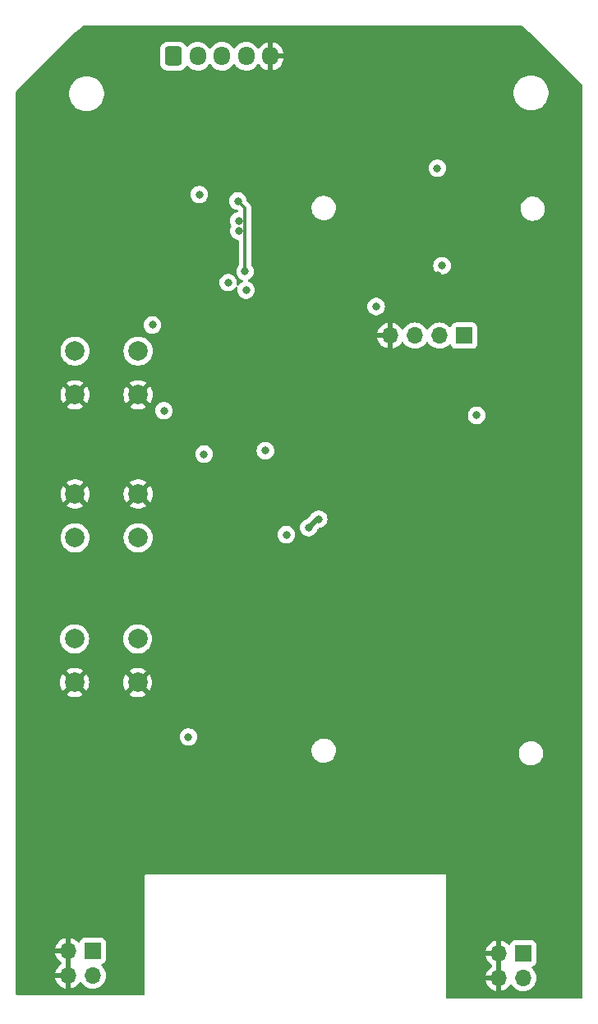
<source format=gbr>
%TF.GenerationSoftware,KiCad,Pcbnew,7.0.1*%
%TF.CreationDate,2023-05-25T09:43:19-05:00*%
%TF.ProjectId,power_supply,706f7765-725f-4737-9570-706c792e6b69,rev?*%
%TF.SameCoordinates,Original*%
%TF.FileFunction,Copper,L4,Bot*%
%TF.FilePolarity,Positive*%
%FSLAX46Y46*%
G04 Gerber Fmt 4.6, Leading zero omitted, Abs format (unit mm)*
G04 Created by KiCad (PCBNEW 7.0.1) date 2023-05-25 09:43:19*
%MOMM*%
%LPD*%
G01*
G04 APERTURE LIST*
G04 Aperture macros list*
%AMRoundRect*
0 Rectangle with rounded corners*
0 $1 Rounding radius*
0 $2 $3 $4 $5 $6 $7 $8 $9 X,Y pos of 4 corners*
0 Add a 4 corners polygon primitive as box body*
4,1,4,$2,$3,$4,$5,$6,$7,$8,$9,$2,$3,0*
0 Add four circle primitives for the rounded corners*
1,1,$1+$1,$2,$3*
1,1,$1+$1,$4,$5*
1,1,$1+$1,$6,$7*
1,1,$1+$1,$8,$9*
0 Add four rect primitives between the rounded corners*
20,1,$1+$1,$2,$3,$4,$5,0*
20,1,$1+$1,$4,$5,$6,$7,0*
20,1,$1+$1,$6,$7,$8,$9,0*
20,1,$1+$1,$8,$9,$2,$3,0*%
G04 Aperture macros list end*
%TA.AperFunction,ComponentPad*%
%ADD10RoundRect,0.250000X-0.600000X-0.725000X0.600000X-0.725000X0.600000X0.725000X-0.600000X0.725000X0*%
%TD*%
%TA.AperFunction,ComponentPad*%
%ADD11O,1.700000X1.950000*%
%TD*%
%TA.AperFunction,ComponentPad*%
%ADD12C,2.000000*%
%TD*%
%TA.AperFunction,ComponentPad*%
%ADD13R,1.700000X1.700000*%
%TD*%
%TA.AperFunction,ComponentPad*%
%ADD14O,1.700000X1.700000*%
%TD*%
%TA.AperFunction,ViaPad*%
%ADD15C,0.800000*%
%TD*%
%TA.AperFunction,Conductor*%
%ADD16C,0.500000*%
%TD*%
%TA.AperFunction,Conductor*%
%ADD17C,0.300000*%
%TD*%
G04 APERTURE END LIST*
D10*
%TO.P,J3,1,Pin_1*%
%TO.N,+3.3V*%
X192910000Y-34700000D03*
D11*
%TO.P,J3,2,Pin_2*%
%TO.N,SWCLCK*%
X195410000Y-34700000D03*
%TO.P,J3,3,Pin_3*%
%TO.N,SWDIO*%
X197910000Y-34700000D03*
%TO.P,J3,4,Pin_4*%
%TO.N,SWO*%
X200410000Y-34700000D03*
%TO.P,J3,5,Pin_5*%
%TO.N,GND*%
X202910000Y-34700000D03*
%TD*%
D12*
%TO.P,RST,1,1*%
%TO.N,GND*%
X189260000Y-69590000D03*
X182760000Y-69590000D03*
%TO.P,RST,2,2*%
%TO.N,/Nrst*%
X189260000Y-65090000D03*
X182760000Y-65090000D03*
%TD*%
%TO.P,DWN,1,1*%
%TO.N,GND*%
X189220000Y-99230000D03*
X182720000Y-99230000D03*
%TO.P,DWN,2,2*%
%TO.N,Net-(R3-Pad1)*%
X189220000Y-94730000D03*
X182720000Y-94730000D03*
%TD*%
D13*
%TO.P,J6,1,Pin_1*%
%TO.N,+3.3V*%
X222880000Y-63500000D03*
D14*
%TO.P,J6,2,Pin_2*%
%TO.N,SDA*%
X220340000Y-63500000D03*
%TO.P,J6,3,Pin_3*%
%TO.N,SCL*%
X217800000Y-63500000D03*
%TO.P,J6,4,Pin_4*%
%TO.N,GND*%
X215260000Y-63500000D03*
%TD*%
D12*
%TO.P,UP,1,1*%
%TO.N,GND*%
X182770000Y-79820000D03*
X189270000Y-79820000D03*
%TO.P,UP,2,2*%
%TO.N,Net-(R2-Pad1)*%
X182770000Y-84320000D03*
X189270000Y-84320000D03*
%TD*%
D13*
%TO.P,J4,1,Pin_1*%
%TO.N,Main_Supply*%
X228950000Y-127130000D03*
D14*
%TO.P,J4,2,Pin_2*%
%TO.N,GND*%
X226410000Y-127130000D03*
%TO.P,J4,3,Pin_3*%
%TO.N,Main_Supply*%
X228950000Y-129670000D03*
%TO.P,J4,4,Pin_4*%
%TO.N,GND*%
X226410000Y-129670000D03*
%TD*%
D13*
%TO.P,J5,1,Pin_1*%
%TO.N,Main_Supply*%
X184580000Y-126890000D03*
D14*
%TO.P,J5,2,Pin_2*%
%TO.N,GND*%
X182040000Y-126890000D03*
%TO.P,J5,3,Pin_3*%
%TO.N,Main_Supply*%
X184580000Y-129430000D03*
%TO.P,J5,4,Pin_4*%
%TO.N,GND*%
X182040000Y-129430000D03*
%TD*%
D15*
%TO.N,GND*%
X192100000Y-50670000D03*
%TO.N,Raw*%
X220110000Y-46250000D03*
X224160000Y-71710000D03*
%TO.N,GND*%
X190690000Y-74270000D03*
X209680000Y-94050000D03*
X196390000Y-58100000D03*
X200500000Y-72890000D03*
X207750000Y-39420000D03*
X201810000Y-81850000D03*
X198110000Y-74270000D03*
X209880000Y-44560000D03*
X215170000Y-38090000D03*
X195929999Y-62140001D03*
X205470000Y-110070000D03*
X220130000Y-57260000D03*
X183350000Y-49150000D03*
X201710000Y-56910000D03*
X223910000Y-73820000D03*
X185900000Y-97010000D03*
X209850000Y-78420000D03*
X208650000Y-96280000D03*
X189790000Y-89590000D03*
X186030000Y-82070000D03*
X180870000Y-60560000D03*
X216780000Y-49990000D03*
X205400000Y-74040000D03*
X185910000Y-67530000D03*
%TO.N,+3.3V*%
X196070000Y-75700000D03*
X213800000Y-60510000D03*
X190740000Y-62400000D03*
X195580000Y-48960000D03*
X204550000Y-84000000D03*
X220590000Y-56290000D03*
X202390000Y-75350000D03*
%TO.N,VOUT*%
X207870000Y-82400000D03*
X206850000Y-83280000D03*
%TO.N,Main_Supply*%
X191930000Y-71230000D03*
X194450000Y-104840000D03*
%TO.N,SWCLCK*%
X199630000Y-51670000D03*
%TO.N,SWDIO*%
X199550000Y-49630000D03*
X200290000Y-56890000D03*
%TO.N,SWO*%
X199640000Y-52720000D03*
%TO.N,SDA*%
X198540000Y-58030000D03*
%TO.N,SCL*%
X200400000Y-58800000D03*
%TD*%
D16*
%TO.N,VOUT*%
X207730000Y-82400000D02*
X206850000Y-83280000D01*
X207870000Y-82400000D02*
X207730000Y-82400000D01*
D17*
%TO.N,SWDIO*%
X200290000Y-50370000D02*
X200290000Y-56890000D01*
X199550000Y-49630000D02*
X200290000Y-50370000D01*
%TD*%
%TA.AperFunction,Conductor*%
%TO.N,GND*%
G36*
X228832237Y-31577604D02*
G01*
X228869747Y-31599483D01*
X229591470Y-32212403D01*
X229792819Y-32383398D01*
X229800233Y-32390233D01*
X235053181Y-37643181D01*
X235080061Y-37683409D01*
X235089500Y-37730862D01*
X235089500Y-131626000D01*
X235072887Y-131688000D01*
X235027500Y-131733387D01*
X234965500Y-131750000D01*
X221104000Y-131750000D01*
X221042000Y-131733387D01*
X220996613Y-131688000D01*
X220980000Y-131626000D01*
X220980000Y-129920000D01*
X225079364Y-129920000D01*
X225136569Y-130133492D01*
X225236399Y-130347576D01*
X225371893Y-130541081D01*
X225538918Y-130708106D01*
X225732423Y-130843600D01*
X225946507Y-130943430D01*
X226159999Y-131000635D01*
X226160000Y-131000636D01*
X226160000Y-131000635D01*
X226660000Y-131000635D01*
X226873492Y-130943430D01*
X227087576Y-130843600D01*
X227281081Y-130708106D01*
X227448109Y-130541078D01*
X227578119Y-130355405D01*
X227622437Y-130316539D01*
X227679694Y-130302528D01*
X227736951Y-130316539D01*
X227781267Y-130355402D01*
X227911505Y-130541401D01*
X228078599Y-130708495D01*
X228272170Y-130844035D01*
X228486337Y-130943903D01*
X228714592Y-131005063D01*
X228950000Y-131025659D01*
X229185408Y-131005063D01*
X229413663Y-130943903D01*
X229627830Y-130844035D01*
X229821401Y-130708495D01*
X229988495Y-130541401D01*
X230124035Y-130347830D01*
X230223903Y-130133663D01*
X230285063Y-129905408D01*
X230305659Y-129670000D01*
X230285063Y-129434592D01*
X230223903Y-129206337D01*
X230124035Y-128992171D01*
X229988495Y-128798599D01*
X229866569Y-128676673D01*
X229835273Y-128623927D01*
X229833084Y-128562634D01*
X229860537Y-128507789D01*
X229910916Y-128472810D01*
X230042331Y-128423796D01*
X230157546Y-128337546D01*
X230243796Y-128222331D01*
X230294091Y-128087483D01*
X230300500Y-128027873D01*
X230300499Y-126232128D01*
X230294091Y-126172517D01*
X230243796Y-126037669D01*
X230157546Y-125922454D01*
X230042331Y-125836204D01*
X229907483Y-125785909D01*
X229847873Y-125779500D01*
X229847869Y-125779500D01*
X228052130Y-125779500D01*
X227992515Y-125785909D01*
X227857669Y-125836204D01*
X227742454Y-125922454D01*
X227656204Y-126037669D01*
X227606997Y-126169599D01*
X227572018Y-126219978D01*
X227517173Y-126247431D01*
X227455880Y-126245242D01*
X227403134Y-126213946D01*
X227281081Y-126091893D01*
X227087576Y-125956399D01*
X226873492Y-125856569D01*
X226660000Y-125799364D01*
X226660000Y-131000635D01*
X226160000Y-131000635D01*
X226160000Y-129920000D01*
X225079364Y-129920000D01*
X220980000Y-129920000D01*
X220980000Y-127380000D01*
X225079364Y-127380000D01*
X225136569Y-127593492D01*
X225236399Y-127807576D01*
X225371893Y-128001081D01*
X225538918Y-128168106D01*
X225725031Y-128298425D01*
X225763896Y-128342743D01*
X225777907Y-128400000D01*
X225763896Y-128457257D01*
X225725031Y-128501575D01*
X225538918Y-128631893D01*
X225371890Y-128798921D01*
X225236400Y-128992421D01*
X225136569Y-129206507D01*
X225079364Y-129419999D01*
X225079364Y-129420000D01*
X226160000Y-129420000D01*
X226160000Y-127380000D01*
X225079364Y-127380000D01*
X220980000Y-127380000D01*
X220980000Y-126880000D01*
X225079364Y-126880000D01*
X226160000Y-126880000D01*
X226160000Y-125799364D01*
X226159999Y-125799364D01*
X225946507Y-125856569D01*
X225732421Y-125956400D01*
X225538921Y-126091890D01*
X225371890Y-126258921D01*
X225236400Y-126452421D01*
X225136569Y-126666507D01*
X225079364Y-126879999D01*
X225079364Y-126880000D01*
X220980000Y-126880000D01*
X220980000Y-119091362D01*
X220989439Y-119043909D01*
X221010802Y-119011937D01*
X221010000Y-119010000D01*
X190030000Y-119010000D01*
X190029999Y-119010000D01*
X189970000Y-119069999D01*
X189970000Y-131346000D01*
X189953387Y-131408000D01*
X189908000Y-131453387D01*
X189846000Y-131470000D01*
X176861362Y-131470000D01*
X176813909Y-131460561D01*
X176773681Y-131433681D01*
X176686319Y-131346319D01*
X176659439Y-131306091D01*
X176650000Y-131258638D01*
X176650000Y-129680000D01*
X180709364Y-129680000D01*
X180766569Y-129893492D01*
X180866399Y-130107576D01*
X181001893Y-130301081D01*
X181168918Y-130468106D01*
X181362423Y-130603600D01*
X181576507Y-130703430D01*
X181789999Y-130760635D01*
X181790000Y-130760636D01*
X181790000Y-130760635D01*
X182290000Y-130760635D01*
X182503492Y-130703430D01*
X182717576Y-130603600D01*
X182911081Y-130468106D01*
X183078109Y-130301078D01*
X183208119Y-130115405D01*
X183252437Y-130076539D01*
X183309694Y-130062528D01*
X183366951Y-130076539D01*
X183411267Y-130115402D01*
X183541505Y-130301401D01*
X183708599Y-130468495D01*
X183902170Y-130604035D01*
X184116337Y-130703903D01*
X184344592Y-130765063D01*
X184580000Y-130785659D01*
X184815408Y-130765063D01*
X185043663Y-130703903D01*
X185257830Y-130604035D01*
X185451401Y-130468495D01*
X185618495Y-130301401D01*
X185754035Y-130107830D01*
X185853903Y-129893663D01*
X185915063Y-129665408D01*
X185935659Y-129430000D01*
X185915063Y-129194592D01*
X185853903Y-128966337D01*
X185754035Y-128752171D01*
X185618495Y-128558599D01*
X185496569Y-128436673D01*
X185465273Y-128383927D01*
X185463084Y-128322634D01*
X185490537Y-128267789D01*
X185540916Y-128232810D01*
X185672331Y-128183796D01*
X185787546Y-128097546D01*
X185873796Y-127982331D01*
X185924091Y-127847483D01*
X185930500Y-127787873D01*
X185930499Y-125992128D01*
X185924091Y-125932517D01*
X185873796Y-125797669D01*
X185787546Y-125682454D01*
X185672331Y-125596204D01*
X185537483Y-125545909D01*
X185477873Y-125539500D01*
X185477869Y-125539500D01*
X183682130Y-125539500D01*
X183622515Y-125545909D01*
X183487669Y-125596204D01*
X183372454Y-125682454D01*
X183286204Y-125797669D01*
X183236997Y-125929599D01*
X183202018Y-125979978D01*
X183147173Y-126007431D01*
X183085880Y-126005242D01*
X183033134Y-125973946D01*
X182911081Y-125851893D01*
X182717576Y-125716399D01*
X182503492Y-125616569D01*
X182290000Y-125559364D01*
X182290000Y-130760635D01*
X181790000Y-130760635D01*
X181790000Y-129680000D01*
X180709364Y-129680000D01*
X176650000Y-129680000D01*
X176650000Y-127140000D01*
X180709364Y-127140000D01*
X180766569Y-127353492D01*
X180866399Y-127567576D01*
X181001893Y-127761081D01*
X181168918Y-127928106D01*
X181355031Y-128058425D01*
X181393896Y-128102743D01*
X181407907Y-128160000D01*
X181393896Y-128217257D01*
X181355031Y-128261575D01*
X181168918Y-128391893D01*
X181001890Y-128558921D01*
X180866400Y-128752421D01*
X180766569Y-128966507D01*
X180709364Y-129179999D01*
X180709364Y-129180000D01*
X181790000Y-129180000D01*
X181790000Y-127140000D01*
X180709364Y-127140000D01*
X176650000Y-127140000D01*
X176650000Y-126640000D01*
X180709364Y-126640000D01*
X181790000Y-126640000D01*
X181790000Y-125559364D01*
X181789999Y-125559364D01*
X181576507Y-125616569D01*
X181362421Y-125716400D01*
X181168921Y-125851890D01*
X181001890Y-126018921D01*
X180866400Y-126212421D01*
X180766569Y-126426507D01*
X180709364Y-126639999D01*
X180709364Y-126640000D01*
X176650000Y-126640000D01*
X176650000Y-106306328D01*
X207145709Y-106306328D01*
X207175925Y-106529388D01*
X207211211Y-106637988D01*
X207245483Y-106743464D01*
X207352148Y-106941681D01*
X207492492Y-107117666D01*
X207662004Y-107265765D01*
X207662006Y-107265766D01*
X207855237Y-107381216D01*
X207973214Y-107425493D01*
X208065976Y-107460307D01*
X208287453Y-107500500D01*
X208456153Y-107500500D01*
X208456155Y-107500500D01*
X208624188Y-107485377D01*
X208841170Y-107425493D01*
X209043973Y-107327829D01*
X209226078Y-107195522D01*
X209381632Y-107032825D01*
X209505635Y-106844968D01*
X209594103Y-106637988D01*
X209608176Y-106576328D01*
X228505709Y-106576328D01*
X228535925Y-106799388D01*
X228571211Y-106907988D01*
X228605483Y-107013464D01*
X228712148Y-107211681D01*
X228852492Y-107387666D01*
X229022004Y-107535765D01*
X229022006Y-107535766D01*
X229215237Y-107651216D01*
X229333214Y-107695493D01*
X229425976Y-107730307D01*
X229647453Y-107770500D01*
X229816153Y-107770500D01*
X229816155Y-107770500D01*
X229984188Y-107755377D01*
X230201170Y-107695493D01*
X230403973Y-107597829D01*
X230586078Y-107465522D01*
X230741632Y-107302825D01*
X230865635Y-107114968D01*
X230954103Y-106907988D01*
X231004191Y-106688537D01*
X231014290Y-106463670D01*
X230984075Y-106240613D01*
X230914517Y-106026536D01*
X230807852Y-105828319D01*
X230667508Y-105652334D01*
X230497996Y-105504235D01*
X230435968Y-105467175D01*
X230304762Y-105388783D01*
X230094025Y-105309693D01*
X229872547Y-105269500D01*
X229703845Y-105269500D01*
X229636631Y-105275549D01*
X229535809Y-105284623D01*
X229318828Y-105344507D01*
X229116027Y-105442170D01*
X228933925Y-105574475D01*
X228778365Y-105737178D01*
X228654365Y-105925031D01*
X228565896Y-106132012D01*
X228515809Y-106351462D01*
X228505709Y-106576328D01*
X209608176Y-106576328D01*
X209644191Y-106418537D01*
X209654290Y-106193670D01*
X209624075Y-105970613D01*
X209554517Y-105756536D01*
X209447852Y-105558319D01*
X209307508Y-105382334D01*
X209137996Y-105234235D01*
X209137993Y-105234233D01*
X208944762Y-105118783D01*
X208734025Y-105039693D01*
X208512547Y-104999500D01*
X208343845Y-104999500D01*
X208276631Y-105005549D01*
X208175809Y-105014623D01*
X207958828Y-105074507D01*
X207756027Y-105172170D01*
X207573925Y-105304475D01*
X207418365Y-105467178D01*
X207294365Y-105655031D01*
X207205896Y-105862012D01*
X207155809Y-106081462D01*
X207145709Y-106306328D01*
X176650000Y-106306328D01*
X176650000Y-104840000D01*
X193544540Y-104840000D01*
X193564326Y-105028257D01*
X193622820Y-105208284D01*
X193717466Y-105372216D01*
X193844129Y-105512889D01*
X193997269Y-105624151D01*
X194170197Y-105701144D01*
X194355352Y-105740500D01*
X194355354Y-105740500D01*
X194544646Y-105740500D01*
X194544648Y-105740500D01*
X194668083Y-105714262D01*
X194729803Y-105701144D01*
X194902730Y-105624151D01*
X194971099Y-105574478D01*
X195055870Y-105512889D01*
X195182533Y-105372216D01*
X195277179Y-105208284D01*
X195306259Y-105118785D01*
X195335674Y-105028256D01*
X195355460Y-104840000D01*
X195335674Y-104651744D01*
X195277179Y-104471716D01*
X195277179Y-104471715D01*
X195182533Y-104307783D01*
X195055870Y-104167110D01*
X194902730Y-104055848D01*
X194729802Y-103978855D01*
X194544648Y-103939500D01*
X194544646Y-103939500D01*
X194355354Y-103939500D01*
X194355352Y-103939500D01*
X194170197Y-103978855D01*
X193997269Y-104055848D01*
X193844129Y-104167110D01*
X193717466Y-104307783D01*
X193622820Y-104471715D01*
X193564326Y-104651742D01*
X193544540Y-104840000D01*
X176650000Y-104840000D01*
X176650000Y-100453610D01*
X181849942Y-100453610D01*
X181896766Y-100490055D01*
X182115393Y-100608368D01*
X182350506Y-100689083D01*
X182595707Y-100730000D01*
X182844293Y-100730000D01*
X183089493Y-100689083D01*
X183324606Y-100608368D01*
X183543233Y-100490053D01*
X183590055Y-100453610D01*
X188349942Y-100453610D01*
X188396766Y-100490055D01*
X188615393Y-100608368D01*
X188850506Y-100689083D01*
X189095707Y-100730000D01*
X189344293Y-100730000D01*
X189589493Y-100689083D01*
X189824606Y-100608368D01*
X190043233Y-100490053D01*
X190090056Y-100453609D01*
X189220000Y-99583553D01*
X188349942Y-100453609D01*
X188349942Y-100453610D01*
X183590055Y-100453610D01*
X183590056Y-100453609D01*
X182720000Y-99583553D01*
X181849942Y-100453609D01*
X181849942Y-100453610D01*
X176650000Y-100453610D01*
X176650000Y-99229999D01*
X181214858Y-99229999D01*
X181235386Y-99477732D01*
X181296413Y-99718721D01*
X181396268Y-99946370D01*
X181496563Y-100099882D01*
X181496564Y-100099882D01*
X182366447Y-99230001D01*
X183073553Y-99230001D01*
X183943434Y-100099882D01*
X184043730Y-99946369D01*
X184143586Y-99718721D01*
X184204613Y-99477732D01*
X184225141Y-99229999D01*
X187714858Y-99229999D01*
X187735386Y-99477732D01*
X187796413Y-99718721D01*
X187896268Y-99946370D01*
X187996563Y-100099882D01*
X187996564Y-100099882D01*
X188866447Y-99230001D01*
X188866447Y-99230000D01*
X189573553Y-99230000D01*
X190443434Y-100099882D01*
X190543730Y-99946369D01*
X190643586Y-99718721D01*
X190704613Y-99477732D01*
X190725141Y-99229999D01*
X190704613Y-98982267D01*
X190643586Y-98741278D01*
X190543730Y-98513630D01*
X190443434Y-98360116D01*
X189573553Y-99230000D01*
X188866447Y-99230000D01*
X187996564Y-98360116D01*
X187896266Y-98513634D01*
X187796413Y-98741278D01*
X187735386Y-98982267D01*
X187714858Y-99229999D01*
X184225141Y-99229999D01*
X184204613Y-98982267D01*
X184143586Y-98741278D01*
X184043730Y-98513630D01*
X183943434Y-98360116D01*
X183073553Y-99230000D01*
X183073553Y-99230001D01*
X182366447Y-99230001D01*
X182366447Y-99230000D01*
X181496564Y-98360116D01*
X181396266Y-98513634D01*
X181296413Y-98741278D01*
X181235386Y-98982267D01*
X181214858Y-99229999D01*
X176650000Y-99229999D01*
X176650000Y-98006390D01*
X181849942Y-98006390D01*
X182720000Y-98876447D01*
X182720001Y-98876447D01*
X183590057Y-98006390D01*
X188349942Y-98006390D01*
X189220000Y-98876447D01*
X189220001Y-98876447D01*
X190090057Y-98006390D01*
X190090056Y-98006388D01*
X190043235Y-97969947D01*
X189824606Y-97851631D01*
X189589493Y-97770916D01*
X189344293Y-97730000D01*
X189095707Y-97730000D01*
X188850506Y-97770916D01*
X188615393Y-97851631D01*
X188396764Y-97969946D01*
X188349942Y-98006388D01*
X188349942Y-98006390D01*
X183590057Y-98006390D01*
X183590056Y-98006388D01*
X183543235Y-97969947D01*
X183324606Y-97851631D01*
X183089493Y-97770916D01*
X182844293Y-97730000D01*
X182595707Y-97730000D01*
X182350506Y-97770916D01*
X182115393Y-97851631D01*
X181896764Y-97969946D01*
X181849942Y-98006388D01*
X181849942Y-98006390D01*
X176650000Y-98006390D01*
X176650000Y-94730000D01*
X181214356Y-94730000D01*
X181234891Y-94977816D01*
X181234891Y-94977819D01*
X181234892Y-94977821D01*
X181295937Y-95218881D01*
X181340960Y-95321523D01*
X181395825Y-95446604D01*
X181395827Y-95446607D01*
X181531836Y-95654785D01*
X181700256Y-95837738D01*
X181700259Y-95837740D01*
X181896485Y-95990470D01*
X181896487Y-95990471D01*
X181896491Y-95990474D01*
X182115190Y-96108828D01*
X182350386Y-96189571D01*
X182595665Y-96230500D01*
X182844335Y-96230500D01*
X183089614Y-96189571D01*
X183324810Y-96108828D01*
X183543509Y-95990474D01*
X183739744Y-95837738D01*
X183908164Y-95654785D01*
X184044173Y-95446607D01*
X184144063Y-95218881D01*
X184205108Y-94977821D01*
X184225643Y-94730000D01*
X187714356Y-94730000D01*
X187734891Y-94977816D01*
X187734891Y-94977819D01*
X187734892Y-94977821D01*
X187795937Y-95218881D01*
X187840960Y-95321523D01*
X187895825Y-95446604D01*
X187895827Y-95446607D01*
X188031836Y-95654785D01*
X188200256Y-95837738D01*
X188200259Y-95837740D01*
X188396485Y-95990470D01*
X188396487Y-95990471D01*
X188396491Y-95990474D01*
X188615190Y-96108828D01*
X188850386Y-96189571D01*
X189095665Y-96230500D01*
X189344335Y-96230500D01*
X189589614Y-96189571D01*
X189824810Y-96108828D01*
X190043509Y-95990474D01*
X190239744Y-95837738D01*
X190408164Y-95654785D01*
X190544173Y-95446607D01*
X190644063Y-95218881D01*
X190705108Y-94977821D01*
X190725643Y-94730000D01*
X190705108Y-94482179D01*
X190644063Y-94241119D01*
X190544173Y-94013393D01*
X190408164Y-93805215D01*
X190239744Y-93622262D01*
X190217612Y-93605036D01*
X190043514Y-93469529D01*
X190043510Y-93469526D01*
X190043509Y-93469526D01*
X189824810Y-93351172D01*
X189824806Y-93351170D01*
X189824805Y-93351170D01*
X189589615Y-93270429D01*
X189344335Y-93229500D01*
X189095665Y-93229500D01*
X188850384Y-93270429D01*
X188615194Y-93351170D01*
X188396485Y-93469529D01*
X188200259Y-93622259D01*
X188031837Y-93805214D01*
X187895825Y-94013395D01*
X187795938Y-94241117D01*
X187734891Y-94482183D01*
X187714356Y-94730000D01*
X184225643Y-94730000D01*
X184205108Y-94482179D01*
X184144063Y-94241119D01*
X184044173Y-94013393D01*
X183908164Y-93805215D01*
X183739744Y-93622262D01*
X183717612Y-93605036D01*
X183543514Y-93469529D01*
X183543510Y-93469526D01*
X183543509Y-93469526D01*
X183324810Y-93351172D01*
X183324806Y-93351170D01*
X183324805Y-93351170D01*
X183089615Y-93270429D01*
X182844335Y-93229500D01*
X182595665Y-93229500D01*
X182350384Y-93270429D01*
X182115194Y-93351170D01*
X181896485Y-93469529D01*
X181700259Y-93622259D01*
X181531837Y-93805214D01*
X181395825Y-94013395D01*
X181295938Y-94241117D01*
X181234891Y-94482183D01*
X181214356Y-94730000D01*
X176650000Y-94730000D01*
X176650000Y-84319999D01*
X181264356Y-84319999D01*
X181284891Y-84567816D01*
X181284891Y-84567819D01*
X181284892Y-84567821D01*
X181345937Y-84808881D01*
X181368862Y-84861144D01*
X181445825Y-85036604D01*
X181445827Y-85036607D01*
X181581836Y-85244785D01*
X181750256Y-85427738D01*
X181750259Y-85427740D01*
X181946485Y-85580470D01*
X181946487Y-85580471D01*
X181946491Y-85580474D01*
X182165190Y-85698828D01*
X182400386Y-85779571D01*
X182645665Y-85820500D01*
X182894335Y-85820500D01*
X183139614Y-85779571D01*
X183374810Y-85698828D01*
X183593509Y-85580474D01*
X183789744Y-85427738D01*
X183958164Y-85244785D01*
X184094173Y-85036607D01*
X184194063Y-84808881D01*
X184255108Y-84567821D01*
X184275643Y-84320000D01*
X184275643Y-84319999D01*
X187764356Y-84319999D01*
X187784891Y-84567816D01*
X187784891Y-84567819D01*
X187784892Y-84567821D01*
X187845937Y-84808881D01*
X187868862Y-84861144D01*
X187945825Y-85036604D01*
X187945827Y-85036607D01*
X188081836Y-85244785D01*
X188250256Y-85427738D01*
X188250259Y-85427740D01*
X188446485Y-85580470D01*
X188446487Y-85580471D01*
X188446491Y-85580474D01*
X188665190Y-85698828D01*
X188900386Y-85779571D01*
X189145665Y-85820500D01*
X189394335Y-85820500D01*
X189639614Y-85779571D01*
X189874810Y-85698828D01*
X190093509Y-85580474D01*
X190289744Y-85427738D01*
X190458164Y-85244785D01*
X190594173Y-85036607D01*
X190694063Y-84808881D01*
X190755108Y-84567821D01*
X190775643Y-84320000D01*
X190755108Y-84072179D01*
X190736829Y-83999999D01*
X203644540Y-83999999D01*
X203664326Y-84188257D01*
X203722820Y-84368284D01*
X203817466Y-84532216D01*
X203944129Y-84672889D01*
X204097269Y-84784151D01*
X204270197Y-84861144D01*
X204455352Y-84900500D01*
X204455354Y-84900500D01*
X204644646Y-84900500D01*
X204644648Y-84900500D01*
X204768083Y-84874262D01*
X204829803Y-84861144D01*
X205002730Y-84784151D01*
X205155871Y-84672888D01*
X205282533Y-84532216D01*
X205377179Y-84368284D01*
X205435674Y-84188256D01*
X205455460Y-84000000D01*
X205435674Y-83811744D01*
X205405332Y-83718363D01*
X205377179Y-83631715D01*
X205282533Y-83467783D01*
X205155870Y-83327110D01*
X205091028Y-83280000D01*
X205944540Y-83280000D01*
X205964326Y-83468257D01*
X206022820Y-83648284D01*
X206117466Y-83812216D01*
X206244129Y-83952889D01*
X206397269Y-84064151D01*
X206570197Y-84141144D01*
X206755352Y-84180500D01*
X206755354Y-84180500D01*
X206944646Y-84180500D01*
X206944648Y-84180500D01*
X207068083Y-84154262D01*
X207129803Y-84141144D01*
X207302730Y-84064151D01*
X207455871Y-83952888D01*
X207582533Y-83812216D01*
X207677179Y-83648284D01*
X207732522Y-83477956D01*
X207762771Y-83428596D01*
X207854551Y-83336818D01*
X207894779Y-83309939D01*
X207942231Y-83300500D01*
X207964648Y-83300500D01*
X208088083Y-83274262D01*
X208149803Y-83261144D01*
X208322730Y-83184151D01*
X208322730Y-83184150D01*
X208475870Y-83072889D01*
X208487900Y-83059529D01*
X208602533Y-82932216D01*
X208697179Y-82768284D01*
X208755674Y-82588256D01*
X208775460Y-82400000D01*
X208755674Y-82211744D01*
X208697179Y-82031716D01*
X208697179Y-82031715D01*
X208602533Y-81867783D01*
X208475870Y-81727110D01*
X208322730Y-81615848D01*
X208149802Y-81538855D01*
X207964648Y-81499500D01*
X207964646Y-81499500D01*
X207775354Y-81499500D01*
X207775352Y-81499500D01*
X207590197Y-81538855D01*
X207417269Y-81615848D01*
X207264129Y-81727110D01*
X207137466Y-81867784D01*
X207059047Y-82003609D01*
X207039341Y-82029290D01*
X206697229Y-82371402D01*
X206668716Y-82392694D01*
X206635329Y-82405011D01*
X206570197Y-82418855D01*
X206397269Y-82495848D01*
X206244129Y-82607110D01*
X206117466Y-82747783D01*
X206022820Y-82911715D01*
X205964326Y-83091742D01*
X205944540Y-83280000D01*
X205091028Y-83280000D01*
X205002730Y-83215848D01*
X204829802Y-83138855D01*
X204644648Y-83099500D01*
X204644646Y-83099500D01*
X204455354Y-83099500D01*
X204455352Y-83099500D01*
X204270197Y-83138855D01*
X204097269Y-83215848D01*
X203944129Y-83327110D01*
X203817466Y-83467783D01*
X203722820Y-83631715D01*
X203664326Y-83811742D01*
X203644540Y-83999999D01*
X190736829Y-83999999D01*
X190694063Y-83831119D01*
X190594173Y-83603393D01*
X190458164Y-83395215D01*
X190289744Y-83212262D01*
X190253627Y-83184151D01*
X190093514Y-83059529D01*
X190093510Y-83059526D01*
X190093509Y-83059526D01*
X189874810Y-82941172D01*
X189874806Y-82941170D01*
X189874805Y-82941170D01*
X189639615Y-82860429D01*
X189394335Y-82819500D01*
X189145665Y-82819500D01*
X188900384Y-82860429D01*
X188665194Y-82941170D01*
X188446485Y-83059529D01*
X188250259Y-83212259D01*
X188081837Y-83395214D01*
X187945825Y-83603395D01*
X187855780Y-83808678D01*
X187845937Y-83831119D01*
X187803171Y-83999999D01*
X187784891Y-84072183D01*
X187764356Y-84319999D01*
X184275643Y-84319999D01*
X184255108Y-84072179D01*
X184194063Y-83831119D01*
X184094173Y-83603393D01*
X183958164Y-83395215D01*
X183789744Y-83212262D01*
X183753627Y-83184151D01*
X183593514Y-83059529D01*
X183593510Y-83059526D01*
X183593509Y-83059526D01*
X183374810Y-82941172D01*
X183374806Y-82941170D01*
X183374805Y-82941170D01*
X183139615Y-82860429D01*
X182894335Y-82819500D01*
X182645665Y-82819500D01*
X182400384Y-82860429D01*
X182165194Y-82941170D01*
X181946485Y-83059529D01*
X181750259Y-83212259D01*
X181581837Y-83395214D01*
X181445825Y-83603395D01*
X181355780Y-83808678D01*
X181345937Y-83831119D01*
X181303171Y-83999999D01*
X181284891Y-84072183D01*
X181264356Y-84319999D01*
X176650000Y-84319999D01*
X176650000Y-81043610D01*
X181899942Y-81043610D01*
X181946766Y-81080055D01*
X182165393Y-81198368D01*
X182400506Y-81279083D01*
X182645707Y-81320000D01*
X182894293Y-81320000D01*
X183139493Y-81279083D01*
X183374606Y-81198368D01*
X183593233Y-81080053D01*
X183640055Y-81043610D01*
X188399942Y-81043610D01*
X188446766Y-81080055D01*
X188665393Y-81198368D01*
X188900506Y-81279083D01*
X189145707Y-81320000D01*
X189394293Y-81320000D01*
X189639493Y-81279083D01*
X189874606Y-81198368D01*
X190093233Y-81080053D01*
X190140056Y-81043609D01*
X189270000Y-80173553D01*
X188399942Y-81043609D01*
X188399942Y-81043610D01*
X183640055Y-81043610D01*
X183640056Y-81043609D01*
X182770000Y-80173553D01*
X181899942Y-81043609D01*
X181899942Y-81043610D01*
X176650000Y-81043610D01*
X176650000Y-79820000D01*
X181264858Y-79820000D01*
X181285386Y-80067732D01*
X181346413Y-80308721D01*
X181446268Y-80536370D01*
X181546563Y-80689882D01*
X181546564Y-80689882D01*
X182416447Y-79820001D01*
X183123553Y-79820001D01*
X183993434Y-80689882D01*
X184093730Y-80536369D01*
X184193586Y-80308721D01*
X184254613Y-80067732D01*
X184275141Y-79820000D01*
X187764858Y-79820000D01*
X187785386Y-80067732D01*
X187846413Y-80308721D01*
X187946268Y-80536370D01*
X188046563Y-80689882D01*
X188046564Y-80689882D01*
X188916447Y-79820001D01*
X189623553Y-79820001D01*
X190493434Y-80689882D01*
X190593730Y-80536369D01*
X190693586Y-80308721D01*
X190754613Y-80067732D01*
X190775141Y-79820000D01*
X190754613Y-79572267D01*
X190693586Y-79331278D01*
X190593730Y-79103630D01*
X190493434Y-78950116D01*
X189623553Y-79820000D01*
X189623553Y-79820001D01*
X188916447Y-79820001D01*
X188916447Y-79819999D01*
X188046564Y-78950116D01*
X187946266Y-79103634D01*
X187846413Y-79331278D01*
X187785386Y-79572267D01*
X187764858Y-79820000D01*
X184275141Y-79820000D01*
X184254613Y-79572267D01*
X184193586Y-79331278D01*
X184093730Y-79103630D01*
X183993434Y-78950116D01*
X183123553Y-79820000D01*
X183123553Y-79820001D01*
X182416447Y-79820001D01*
X182416447Y-79820000D01*
X181546564Y-78950116D01*
X181446266Y-79103634D01*
X181346413Y-79331278D01*
X181285386Y-79572267D01*
X181264858Y-79820000D01*
X176650000Y-79820000D01*
X176650000Y-78596390D01*
X181899942Y-78596390D01*
X182770000Y-79466447D01*
X182770001Y-79466447D01*
X183640057Y-78596390D01*
X188399942Y-78596390D01*
X189270000Y-79466447D01*
X189270001Y-79466447D01*
X190140057Y-78596390D01*
X190140056Y-78596388D01*
X190093235Y-78559947D01*
X189874606Y-78441631D01*
X189639493Y-78360916D01*
X189394293Y-78320000D01*
X189145707Y-78320000D01*
X188900506Y-78360916D01*
X188665393Y-78441631D01*
X188446764Y-78559946D01*
X188399942Y-78596388D01*
X188399942Y-78596390D01*
X183640057Y-78596390D01*
X183640056Y-78596388D01*
X183593235Y-78559947D01*
X183374606Y-78441631D01*
X183139493Y-78360916D01*
X182894293Y-78320000D01*
X182645707Y-78320000D01*
X182400506Y-78360916D01*
X182165393Y-78441631D01*
X181946764Y-78559946D01*
X181899942Y-78596388D01*
X181899942Y-78596390D01*
X176650000Y-78596390D01*
X176650000Y-75699999D01*
X195164540Y-75699999D01*
X195184326Y-75888257D01*
X195242820Y-76068284D01*
X195337466Y-76232216D01*
X195464129Y-76372889D01*
X195617269Y-76484151D01*
X195790197Y-76561144D01*
X195975352Y-76600500D01*
X195975354Y-76600500D01*
X196164646Y-76600500D01*
X196164648Y-76600500D01*
X196288083Y-76574262D01*
X196349803Y-76561144D01*
X196522730Y-76484151D01*
X196675871Y-76372888D01*
X196802533Y-76232216D01*
X196897179Y-76068284D01*
X196955674Y-75888256D01*
X196975460Y-75700000D01*
X196955674Y-75511744D01*
X196903120Y-75349999D01*
X201484540Y-75349999D01*
X201504326Y-75538257D01*
X201562820Y-75718284D01*
X201657466Y-75882216D01*
X201784129Y-76022889D01*
X201937269Y-76134151D01*
X202110197Y-76211144D01*
X202295352Y-76250500D01*
X202295354Y-76250500D01*
X202484646Y-76250500D01*
X202484648Y-76250500D01*
X202608083Y-76224262D01*
X202669803Y-76211144D01*
X202842730Y-76134151D01*
X202995871Y-76022888D01*
X203122533Y-75882216D01*
X203217179Y-75718284D01*
X203275674Y-75538256D01*
X203295460Y-75350000D01*
X203275674Y-75161744D01*
X203231929Y-75027112D01*
X203217179Y-74981715D01*
X203122533Y-74817783D01*
X202995870Y-74677110D01*
X202842730Y-74565848D01*
X202669802Y-74488855D01*
X202484648Y-74449500D01*
X202484646Y-74449500D01*
X202295354Y-74449500D01*
X202295352Y-74449500D01*
X202110197Y-74488855D01*
X201937269Y-74565848D01*
X201784129Y-74677110D01*
X201657466Y-74817783D01*
X201562820Y-74981715D01*
X201504326Y-75161742D01*
X201484540Y-75349999D01*
X196903120Y-75349999D01*
X196897179Y-75331716D01*
X196897179Y-75331715D01*
X196802533Y-75167783D01*
X196675870Y-75027110D01*
X196522730Y-74915848D01*
X196349802Y-74838855D01*
X196164648Y-74799500D01*
X196164646Y-74799500D01*
X195975354Y-74799500D01*
X195975352Y-74799500D01*
X195790197Y-74838855D01*
X195617269Y-74915848D01*
X195464129Y-75027110D01*
X195337466Y-75167783D01*
X195242820Y-75331715D01*
X195184326Y-75511742D01*
X195164540Y-75699999D01*
X176650000Y-75699999D01*
X176650000Y-71230000D01*
X191024540Y-71230000D01*
X191044326Y-71418257D01*
X191102820Y-71598284D01*
X191197466Y-71762216D01*
X191324129Y-71902889D01*
X191477269Y-72014151D01*
X191650197Y-72091144D01*
X191835352Y-72130500D01*
X191835354Y-72130500D01*
X192024646Y-72130500D01*
X192024648Y-72130500D01*
X192148083Y-72104262D01*
X192209803Y-72091144D01*
X192382730Y-72014151D01*
X192535871Y-71902888D01*
X192662533Y-71762216D01*
X192692680Y-71709999D01*
X223254540Y-71709999D01*
X223274326Y-71898257D01*
X223332820Y-72078284D01*
X223427466Y-72242216D01*
X223554129Y-72382889D01*
X223707269Y-72494151D01*
X223880197Y-72571144D01*
X224065352Y-72610500D01*
X224065354Y-72610500D01*
X224254646Y-72610500D01*
X224254648Y-72610500D01*
X224378084Y-72584262D01*
X224439803Y-72571144D01*
X224612730Y-72494151D01*
X224765871Y-72382888D01*
X224892533Y-72242216D01*
X224987179Y-72078284D01*
X225045674Y-71898256D01*
X225065460Y-71710000D01*
X225045674Y-71521744D01*
X224987179Y-71341716D01*
X224987179Y-71341715D01*
X224892533Y-71177783D01*
X224765870Y-71037110D01*
X224612730Y-70925848D01*
X224439802Y-70848855D01*
X224254648Y-70809500D01*
X224254646Y-70809500D01*
X224065354Y-70809500D01*
X224065352Y-70809500D01*
X223880197Y-70848855D01*
X223707269Y-70925848D01*
X223554129Y-71037110D01*
X223427466Y-71177783D01*
X223332820Y-71341715D01*
X223274326Y-71521742D01*
X223254540Y-71709999D01*
X192692680Y-71709999D01*
X192757179Y-71598284D01*
X192815674Y-71418256D01*
X192835460Y-71230000D01*
X192815674Y-71041744D01*
X192757179Y-70861716D01*
X192757179Y-70861715D01*
X192662533Y-70697783D01*
X192535870Y-70557110D01*
X192382730Y-70445848D01*
X192209802Y-70368855D01*
X192024648Y-70329500D01*
X192024646Y-70329500D01*
X191835354Y-70329500D01*
X191835352Y-70329500D01*
X191650197Y-70368855D01*
X191477269Y-70445848D01*
X191324129Y-70557110D01*
X191197466Y-70697783D01*
X191102820Y-70861715D01*
X191044326Y-71041742D01*
X191024540Y-71230000D01*
X176650000Y-71230000D01*
X176650000Y-70813610D01*
X181889942Y-70813610D01*
X181936766Y-70850055D01*
X182155393Y-70968368D01*
X182390506Y-71049083D01*
X182635707Y-71090000D01*
X182884293Y-71090000D01*
X183129493Y-71049083D01*
X183364606Y-70968368D01*
X183583233Y-70850053D01*
X183630055Y-70813610D01*
X188389942Y-70813610D01*
X188436766Y-70850055D01*
X188655393Y-70968368D01*
X188890506Y-71049083D01*
X189135707Y-71090000D01*
X189384293Y-71090000D01*
X189629493Y-71049083D01*
X189864606Y-70968368D01*
X190083233Y-70850053D01*
X190130056Y-70813609D01*
X189260000Y-69943553D01*
X188389942Y-70813609D01*
X188389942Y-70813610D01*
X183630055Y-70813610D01*
X183630056Y-70813609D01*
X182760000Y-69943553D01*
X181889942Y-70813609D01*
X181889942Y-70813610D01*
X176650000Y-70813610D01*
X176650000Y-69589999D01*
X181254858Y-69589999D01*
X181275386Y-69837732D01*
X181336413Y-70078721D01*
X181436268Y-70306370D01*
X181536563Y-70459882D01*
X181536564Y-70459882D01*
X182406447Y-69590001D01*
X183113553Y-69590001D01*
X183983434Y-70459882D01*
X184083730Y-70306369D01*
X184183586Y-70078721D01*
X184244613Y-69837732D01*
X184265141Y-69589999D01*
X187754858Y-69589999D01*
X187775386Y-69837732D01*
X187836413Y-70078721D01*
X187936268Y-70306370D01*
X188036563Y-70459882D01*
X188036564Y-70459882D01*
X188906447Y-69590001D01*
X189613553Y-69590001D01*
X190483434Y-70459882D01*
X190583730Y-70306369D01*
X190683586Y-70078721D01*
X190744613Y-69837732D01*
X190765141Y-69589999D01*
X190744613Y-69342267D01*
X190683586Y-69101278D01*
X190583730Y-68873630D01*
X190483434Y-68720116D01*
X189613553Y-69590000D01*
X189613553Y-69590001D01*
X188906447Y-69590001D01*
X188906447Y-69589999D01*
X188036564Y-68720116D01*
X187936266Y-68873634D01*
X187836413Y-69101278D01*
X187775386Y-69342267D01*
X187754858Y-69589999D01*
X184265141Y-69589999D01*
X184244613Y-69342267D01*
X184183586Y-69101278D01*
X184083730Y-68873630D01*
X183983434Y-68720116D01*
X183113553Y-69590000D01*
X183113553Y-69590001D01*
X182406447Y-69590001D01*
X182406447Y-69589999D01*
X181536564Y-68720116D01*
X181436266Y-68873634D01*
X181336413Y-69101278D01*
X181275386Y-69342267D01*
X181254858Y-69589999D01*
X176650000Y-69589999D01*
X176650000Y-68366390D01*
X181889942Y-68366390D01*
X182760000Y-69236447D01*
X182760001Y-69236447D01*
X183630057Y-68366390D01*
X188389942Y-68366390D01*
X189260000Y-69236447D01*
X189260001Y-69236447D01*
X190130057Y-68366390D01*
X190130056Y-68366388D01*
X190083235Y-68329947D01*
X189864606Y-68211631D01*
X189629493Y-68130916D01*
X189384293Y-68090000D01*
X189135707Y-68090000D01*
X188890506Y-68130916D01*
X188655393Y-68211631D01*
X188436764Y-68329946D01*
X188389942Y-68366388D01*
X188389942Y-68366390D01*
X183630057Y-68366390D01*
X183630056Y-68366388D01*
X183583235Y-68329947D01*
X183364606Y-68211631D01*
X183129493Y-68130916D01*
X182884293Y-68090000D01*
X182635707Y-68090000D01*
X182390506Y-68130916D01*
X182155393Y-68211631D01*
X181936764Y-68329946D01*
X181889942Y-68366388D01*
X181889942Y-68366390D01*
X176650000Y-68366390D01*
X176650000Y-65956806D01*
X176650316Y-65089999D01*
X181254356Y-65089999D01*
X181274891Y-65337816D01*
X181274891Y-65337819D01*
X181274892Y-65337821D01*
X181335937Y-65578881D01*
X181380960Y-65681523D01*
X181435825Y-65806604D01*
X181435827Y-65806607D01*
X181571836Y-66014785D01*
X181740256Y-66197738D01*
X181740259Y-66197740D01*
X181936485Y-66350470D01*
X181936487Y-66350471D01*
X181936491Y-66350474D01*
X182155190Y-66468828D01*
X182390386Y-66549571D01*
X182635665Y-66590500D01*
X182884335Y-66590500D01*
X183129614Y-66549571D01*
X183364810Y-66468828D01*
X183583509Y-66350474D01*
X183779744Y-66197738D01*
X183948164Y-66014785D01*
X184084173Y-65806607D01*
X184184063Y-65578881D01*
X184245108Y-65337821D01*
X184265643Y-65090000D01*
X184265643Y-65089999D01*
X187754356Y-65089999D01*
X187774891Y-65337816D01*
X187774891Y-65337819D01*
X187774892Y-65337821D01*
X187835937Y-65578881D01*
X187880960Y-65681523D01*
X187935825Y-65806604D01*
X187935827Y-65806607D01*
X188071836Y-66014785D01*
X188240256Y-66197738D01*
X188240259Y-66197740D01*
X188436485Y-66350470D01*
X188436487Y-66350471D01*
X188436491Y-66350474D01*
X188655190Y-66468828D01*
X188890386Y-66549571D01*
X189135665Y-66590500D01*
X189384335Y-66590500D01*
X189629614Y-66549571D01*
X189864810Y-66468828D01*
X190083509Y-66350474D01*
X190279744Y-66197738D01*
X190448164Y-66014785D01*
X190584173Y-65806607D01*
X190684063Y-65578881D01*
X190745108Y-65337821D01*
X190765643Y-65090000D01*
X190745108Y-64842179D01*
X190684063Y-64601119D01*
X190584173Y-64373393D01*
X190448164Y-64165215D01*
X190279744Y-63982262D01*
X190255628Y-63963492D01*
X190083514Y-63829529D01*
X190083510Y-63829526D01*
X190083509Y-63829526D01*
X189936558Y-63750000D01*
X213929364Y-63750000D01*
X213986569Y-63963492D01*
X214086399Y-64177576D01*
X214221893Y-64371081D01*
X214388918Y-64538106D01*
X214582423Y-64673600D01*
X214796507Y-64773430D01*
X215009999Y-64830635D01*
X215010000Y-64830636D01*
X215010000Y-64830635D01*
X215510000Y-64830635D01*
X215723492Y-64773430D01*
X215937576Y-64673600D01*
X216131081Y-64538106D01*
X216298109Y-64371078D01*
X216428119Y-64185405D01*
X216472437Y-64146539D01*
X216529694Y-64132528D01*
X216586951Y-64146539D01*
X216631267Y-64185402D01*
X216761505Y-64371401D01*
X216928599Y-64538495D01*
X217122170Y-64674035D01*
X217336337Y-64773903D01*
X217564592Y-64835063D01*
X217800000Y-64855659D01*
X218035408Y-64835063D01*
X218263663Y-64773903D01*
X218477830Y-64674035D01*
X218671401Y-64538495D01*
X218838495Y-64371401D01*
X218968426Y-64185839D01*
X219012743Y-64146975D01*
X219070000Y-64132964D01*
X219127257Y-64146975D01*
X219171573Y-64185839D01*
X219301505Y-64371401D01*
X219468599Y-64538495D01*
X219662170Y-64674035D01*
X219876337Y-64773903D01*
X220104592Y-64835063D01*
X220340000Y-64855659D01*
X220575408Y-64835063D01*
X220803663Y-64773903D01*
X221017830Y-64674035D01*
X221211401Y-64538495D01*
X221333329Y-64416566D01*
X221386072Y-64385273D01*
X221447365Y-64383084D01*
X221502209Y-64410537D01*
X221537189Y-64460916D01*
X221586204Y-64592331D01*
X221672454Y-64707546D01*
X221787669Y-64793796D01*
X221922517Y-64844091D01*
X221982127Y-64850500D01*
X223777872Y-64850499D01*
X223837483Y-64844091D01*
X223972331Y-64793796D01*
X224087546Y-64707546D01*
X224173796Y-64592331D01*
X224224091Y-64457483D01*
X224230500Y-64397873D01*
X224230499Y-62602128D01*
X224224091Y-62542517D01*
X224173796Y-62407669D01*
X224087546Y-62292454D01*
X223972331Y-62206204D01*
X223837483Y-62155909D01*
X223777873Y-62149500D01*
X223777869Y-62149500D01*
X221982130Y-62149500D01*
X221922515Y-62155909D01*
X221787669Y-62206204D01*
X221672454Y-62292454D01*
X221586204Y-62407669D01*
X221537189Y-62539083D01*
X221502209Y-62589462D01*
X221447365Y-62616915D01*
X221386072Y-62614726D01*
X221333326Y-62583430D01*
X221211404Y-62461508D01*
X221211404Y-62461507D01*
X221211401Y-62461505D01*
X221017830Y-62325965D01*
X220803663Y-62226097D01*
X220742502Y-62209709D01*
X220575407Y-62164936D01*
X220340000Y-62144340D01*
X220104592Y-62164936D01*
X219876336Y-62226097D01*
X219662170Y-62325965D01*
X219468598Y-62461505D01*
X219301505Y-62628598D01*
X219171575Y-62814159D01*
X219127257Y-62853025D01*
X219070000Y-62867036D01*
X219012743Y-62853025D01*
X218968425Y-62814159D01*
X218838494Y-62628598D01*
X218671404Y-62461508D01*
X218671404Y-62461507D01*
X218671401Y-62461505D01*
X218477830Y-62325965D01*
X218263663Y-62226097D01*
X218202502Y-62209709D01*
X218035407Y-62164936D01*
X217800000Y-62144340D01*
X217564592Y-62164936D01*
X217336336Y-62226097D01*
X217122170Y-62325965D01*
X216928598Y-62461505D01*
X216761508Y-62628595D01*
X216631269Y-62814596D01*
X216586951Y-62853461D01*
X216529694Y-62867472D01*
X216472437Y-62853461D01*
X216428119Y-62814595D01*
X216298109Y-62628921D01*
X216131081Y-62461893D01*
X215937576Y-62326399D01*
X215723492Y-62226569D01*
X215510000Y-62169364D01*
X215510000Y-64830635D01*
X215010000Y-64830635D01*
X215010000Y-63750000D01*
X213929364Y-63750000D01*
X189936558Y-63750000D01*
X189864810Y-63711172D01*
X189864806Y-63711170D01*
X189864805Y-63711170D01*
X189629615Y-63630429D01*
X189384335Y-63589500D01*
X189135665Y-63589500D01*
X188890384Y-63630429D01*
X188655194Y-63711170D01*
X188436485Y-63829529D01*
X188240259Y-63982259D01*
X188240256Y-63982261D01*
X188240256Y-63982262D01*
X188071836Y-64165215D01*
X188026499Y-64234607D01*
X187935825Y-64373395D01*
X187863577Y-64538106D01*
X187835937Y-64601119D01*
X187817472Y-64674035D01*
X187774891Y-64842183D01*
X187754356Y-65089999D01*
X184265643Y-65089999D01*
X184245108Y-64842179D01*
X184184063Y-64601119D01*
X184084173Y-64373393D01*
X183948164Y-64165215D01*
X183779744Y-63982262D01*
X183755628Y-63963492D01*
X183583514Y-63829529D01*
X183583510Y-63829526D01*
X183583509Y-63829526D01*
X183364810Y-63711172D01*
X183364806Y-63711170D01*
X183364805Y-63711170D01*
X183129615Y-63630429D01*
X182884335Y-63589500D01*
X182635665Y-63589500D01*
X182390384Y-63630429D01*
X182155194Y-63711170D01*
X181936485Y-63829529D01*
X181740259Y-63982259D01*
X181740256Y-63982261D01*
X181740256Y-63982262D01*
X181571836Y-64165215D01*
X181526499Y-64234607D01*
X181435825Y-64373395D01*
X181363577Y-64538106D01*
X181335937Y-64601119D01*
X181317472Y-64674035D01*
X181274891Y-64842183D01*
X181254356Y-65089999D01*
X176650316Y-65089999D01*
X176650498Y-64592330D01*
X176651298Y-62399999D01*
X189834540Y-62399999D01*
X189854326Y-62588257D01*
X189912820Y-62768284D01*
X190007466Y-62932216D01*
X190134129Y-63072889D01*
X190287269Y-63184151D01*
X190460197Y-63261144D01*
X190645352Y-63300500D01*
X190645354Y-63300500D01*
X190834646Y-63300500D01*
X190834648Y-63300500D01*
X191003581Y-63264592D01*
X191019803Y-63261144D01*
X191044833Y-63250000D01*
X213929364Y-63250000D01*
X215010000Y-63250000D01*
X215010000Y-62169364D01*
X215009999Y-62169364D01*
X214796507Y-62226569D01*
X214582421Y-62326400D01*
X214388921Y-62461890D01*
X214221890Y-62628921D01*
X214086400Y-62822421D01*
X213986569Y-63036507D01*
X213929364Y-63249999D01*
X213929364Y-63250000D01*
X191044833Y-63250000D01*
X191192730Y-63184151D01*
X191345871Y-63072888D01*
X191472533Y-62932216D01*
X191567179Y-62768284D01*
X191625674Y-62588256D01*
X191645460Y-62400000D01*
X191625674Y-62211744D01*
X191567179Y-62031716D01*
X191567179Y-62031715D01*
X191472533Y-61867783D01*
X191345870Y-61727110D01*
X191192730Y-61615848D01*
X191019802Y-61538855D01*
X190834648Y-61499500D01*
X190834646Y-61499500D01*
X190645354Y-61499500D01*
X190645352Y-61499500D01*
X190460197Y-61538855D01*
X190287269Y-61615848D01*
X190134129Y-61727110D01*
X190007466Y-61867783D01*
X189912820Y-62031715D01*
X189854326Y-62211742D01*
X189834540Y-62399999D01*
X176651298Y-62399999D01*
X176651988Y-60509999D01*
X212894540Y-60509999D01*
X212914326Y-60698257D01*
X212972820Y-60878284D01*
X213067466Y-61042216D01*
X213194129Y-61182889D01*
X213347269Y-61294151D01*
X213520197Y-61371144D01*
X213705352Y-61410500D01*
X213705354Y-61410500D01*
X213894646Y-61410500D01*
X213894648Y-61410500D01*
X214018084Y-61384262D01*
X214079803Y-61371144D01*
X214252730Y-61294151D01*
X214405871Y-61182888D01*
X214532533Y-61042216D01*
X214627179Y-60878284D01*
X214685674Y-60698256D01*
X214705460Y-60510000D01*
X214685674Y-60321744D01*
X214627179Y-60141716D01*
X214627179Y-60141715D01*
X214532533Y-59977783D01*
X214405870Y-59837110D01*
X214252730Y-59725848D01*
X214079802Y-59648855D01*
X213894648Y-59609500D01*
X213894646Y-59609500D01*
X213705354Y-59609500D01*
X213705352Y-59609500D01*
X213520197Y-59648855D01*
X213347269Y-59725848D01*
X213194129Y-59837110D01*
X213067466Y-59977783D01*
X212972820Y-60141715D01*
X212914326Y-60321742D01*
X212894540Y-60509999D01*
X176651988Y-60509999D01*
X176652893Y-58029999D01*
X197634540Y-58029999D01*
X197654326Y-58218257D01*
X197712820Y-58398284D01*
X197807466Y-58562216D01*
X197934129Y-58702889D01*
X198087269Y-58814151D01*
X198260197Y-58891144D01*
X198445352Y-58930500D01*
X198445354Y-58930500D01*
X198634646Y-58930500D01*
X198634648Y-58930500D01*
X198758084Y-58904262D01*
X198819803Y-58891144D01*
X198992730Y-58814151D01*
X199145871Y-58702888D01*
X199272533Y-58562216D01*
X199282817Y-58544402D01*
X199330464Y-58497742D01*
X199395395Y-58482512D01*
X199458823Y-58503120D01*
X199502402Y-58553605D01*
X199513525Y-58619364D01*
X199494540Y-58799999D01*
X199514326Y-58988257D01*
X199572820Y-59168284D01*
X199667466Y-59332216D01*
X199794129Y-59472889D01*
X199947269Y-59584151D01*
X200120197Y-59661144D01*
X200305352Y-59700500D01*
X200305354Y-59700500D01*
X200494646Y-59700500D01*
X200494648Y-59700500D01*
X200618084Y-59674262D01*
X200679803Y-59661144D01*
X200852730Y-59584151D01*
X201005871Y-59472888D01*
X201132533Y-59332216D01*
X201227179Y-59168284D01*
X201285674Y-58988256D01*
X201305460Y-58800000D01*
X201285674Y-58611744D01*
X201227179Y-58431716D01*
X201227179Y-58431715D01*
X201132533Y-58267783D01*
X201005870Y-58127110D01*
X200852734Y-58015850D01*
X200743613Y-57967266D01*
X200679803Y-57938856D01*
X200679801Y-57938855D01*
X200668428Y-57933792D01*
X200623320Y-57899552D01*
X200598140Y-57848827D01*
X200598140Y-57792196D01*
X200623321Y-57741471D01*
X200668427Y-57707232D01*
X200742730Y-57674151D01*
X200742730Y-57674150D01*
X200742732Y-57674150D01*
X200895870Y-57562889D01*
X201022533Y-57422216D01*
X201117179Y-57258284D01*
X201151991Y-57151144D01*
X201175674Y-57078256D01*
X201195460Y-56890000D01*
X201175674Y-56701744D01*
X201117179Y-56521716D01*
X201117179Y-56521715D01*
X201022535Y-56357786D01*
X201013002Y-56347199D01*
X200972348Y-56302048D01*
X200964965Y-56289999D01*
X219684540Y-56289999D01*
X219704326Y-56478257D01*
X219762820Y-56658284D01*
X219857466Y-56822216D01*
X219984129Y-56962889D01*
X220137269Y-57074151D01*
X220310197Y-57151144D01*
X220495352Y-57190500D01*
X220495354Y-57190500D01*
X220684646Y-57190500D01*
X220684648Y-57190500D01*
X220808084Y-57164262D01*
X220869803Y-57151144D01*
X221042730Y-57074151D01*
X221195871Y-56962888D01*
X221322533Y-56822216D01*
X221417179Y-56658284D01*
X221475674Y-56478256D01*
X221495460Y-56290000D01*
X221475674Y-56101744D01*
X221417179Y-55921716D01*
X221417179Y-55921715D01*
X221322533Y-55757783D01*
X221195870Y-55617110D01*
X221042730Y-55505848D01*
X220869802Y-55428855D01*
X220684648Y-55389500D01*
X220684646Y-55389500D01*
X220495354Y-55389500D01*
X220495352Y-55389500D01*
X220310197Y-55428855D01*
X220137269Y-55505848D01*
X219984129Y-55617110D01*
X219857466Y-55757783D01*
X219762820Y-55921715D01*
X219704326Y-56101742D01*
X219684540Y-56289999D01*
X200964965Y-56289999D01*
X200948736Y-56263516D01*
X200940500Y-56219078D01*
X200940500Y-50455505D01*
X200942841Y-50434295D01*
X200941962Y-50406330D01*
X200941962Y-50406328D01*
X207145709Y-50406328D01*
X207175925Y-50629388D01*
X207234237Y-50808855D01*
X207245483Y-50843464D01*
X207352148Y-51041681D01*
X207428787Y-51137783D01*
X207472678Y-51192821D01*
X207492492Y-51217666D01*
X207662004Y-51365765D01*
X207662006Y-51365766D01*
X207855237Y-51481216D01*
X207973214Y-51525493D01*
X208065976Y-51560307D01*
X208287453Y-51600500D01*
X208456153Y-51600500D01*
X208456155Y-51600500D01*
X208624188Y-51585377D01*
X208841170Y-51525493D01*
X209043973Y-51427829D01*
X209226078Y-51295522D01*
X209381632Y-51132825D01*
X209505635Y-50944968D01*
X209594103Y-50737988D01*
X209644191Y-50518537D01*
X209646536Y-50466328D01*
X228685709Y-50466328D01*
X228715925Y-50689388D01*
X228779759Y-50885849D01*
X228785483Y-50903464D01*
X228892148Y-51101681D01*
X229032492Y-51277666D01*
X229202004Y-51425765D01*
X229202006Y-51425766D01*
X229395237Y-51541216D01*
X229513214Y-51585493D01*
X229605976Y-51620307D01*
X229827453Y-51660500D01*
X229996153Y-51660500D01*
X229996155Y-51660500D01*
X230164188Y-51645377D01*
X230381170Y-51585493D01*
X230583973Y-51487829D01*
X230766078Y-51355522D01*
X230921632Y-51192825D01*
X231045635Y-51004968D01*
X231134103Y-50797988D01*
X231184191Y-50578537D01*
X231194290Y-50353670D01*
X231164075Y-50130613D01*
X231094517Y-49916536D01*
X230987852Y-49718319D01*
X230847508Y-49542334D01*
X230677996Y-49394235D01*
X230677993Y-49394233D01*
X230484762Y-49278783D01*
X230274025Y-49199693D01*
X230052547Y-49159500D01*
X229883845Y-49159500D01*
X229816631Y-49165549D01*
X229715809Y-49174623D01*
X229498828Y-49234507D01*
X229296027Y-49332170D01*
X229113925Y-49464475D01*
X228958365Y-49627178D01*
X228834365Y-49815031D01*
X228745896Y-50022012D01*
X228695809Y-50241462D01*
X228685709Y-50466328D01*
X209646536Y-50466328D01*
X209654290Y-50293670D01*
X209624075Y-50070613D01*
X209554517Y-49856536D01*
X209447852Y-49658319D01*
X209307508Y-49482334D01*
X209137996Y-49334235D01*
X209137993Y-49334233D01*
X208944762Y-49218783D01*
X208734025Y-49139693D01*
X208512547Y-49099500D01*
X208343845Y-49099500D01*
X208276631Y-49105549D01*
X208175809Y-49114623D01*
X207958828Y-49174507D01*
X207756027Y-49272170D01*
X207573925Y-49404475D01*
X207418365Y-49567178D01*
X207294365Y-49755031D01*
X207205896Y-49962012D01*
X207155809Y-50181462D01*
X207145709Y-50406328D01*
X200941962Y-50406328D01*
X200940560Y-50361737D01*
X200940500Y-50357843D01*
X200940500Y-50329081D01*
X200940500Y-50329075D01*
X200939946Y-50324695D01*
X200939030Y-50313054D01*
X200938711Y-50302889D01*
X200937597Y-50267431D01*
X200931675Y-50247048D01*
X200927732Y-50228011D01*
X200925071Y-50206942D01*
X200908263Y-50164491D01*
X200904480Y-50153442D01*
X200897847Y-50130611D01*
X200891744Y-50109602D01*
X200880937Y-50091329D01*
X200872382Y-50073866D01*
X200864568Y-50054129D01*
X200837733Y-50017193D01*
X200831325Y-50007436D01*
X200808084Y-49968138D01*
X200801958Y-49962012D01*
X200793068Y-49953122D01*
X200780435Y-49938330D01*
X200767963Y-49921163D01*
X200732779Y-49892056D01*
X200724140Y-49884194D01*
X200484808Y-49644862D01*
X200460568Y-49610564D01*
X200449168Y-49570141D01*
X200448856Y-49567175D01*
X200435674Y-49441744D01*
X200435674Y-49441742D01*
X200377179Y-49261715D01*
X200282533Y-49097783D01*
X200155870Y-48957110D01*
X200002730Y-48845848D01*
X199829802Y-48768855D01*
X199644648Y-48729500D01*
X199644646Y-48729500D01*
X199455354Y-48729500D01*
X199455352Y-48729500D01*
X199270197Y-48768855D01*
X199097269Y-48845848D01*
X198944129Y-48957110D01*
X198817466Y-49097783D01*
X198722820Y-49261715D01*
X198664326Y-49441742D01*
X198644540Y-49630000D01*
X198664326Y-49818257D01*
X198722820Y-49998284D01*
X198817466Y-50162216D01*
X198944129Y-50302889D01*
X199097269Y-50414151D01*
X199270197Y-50491144D01*
X199455352Y-50530500D01*
X199455354Y-50530500D01*
X199479192Y-50530500D01*
X199526645Y-50539939D01*
X199566873Y-50566819D01*
X199567010Y-50566956D01*
X199599514Y-50624114D01*
X199598223Y-50689855D01*
X199563501Y-50745693D01*
X199505110Y-50775927D01*
X199350197Y-50808855D01*
X199177269Y-50885848D01*
X199024129Y-50997110D01*
X198897466Y-51137783D01*
X198802820Y-51301715D01*
X198744326Y-51481742D01*
X198724540Y-51669999D01*
X198744326Y-51858257D01*
X198802820Y-52038284D01*
X198862504Y-52141659D01*
X198879117Y-52203658D01*
X198862505Y-52265658D01*
X198812820Y-52351716D01*
X198754326Y-52531742D01*
X198734540Y-52720000D01*
X198754326Y-52908257D01*
X198812820Y-53088284D01*
X198907466Y-53252216D01*
X199034129Y-53392889D01*
X199187269Y-53504151D01*
X199360197Y-53581144D01*
X199541281Y-53619635D01*
X199591842Y-53643212D01*
X199626950Y-53686567D01*
X199639500Y-53740925D01*
X199639500Y-56219078D01*
X199631264Y-56263516D01*
X199607651Y-56302048D01*
X199586840Y-56325161D01*
X199557464Y-56357786D01*
X199462820Y-56521715D01*
X199404326Y-56701742D01*
X199384540Y-56889999D01*
X199404326Y-57078257D01*
X199462820Y-57258284D01*
X199557466Y-57422216D01*
X199684129Y-57562889D01*
X199837267Y-57674150D01*
X199900188Y-57702164D01*
X200010197Y-57751144D01*
X200010199Y-57751144D01*
X200021570Y-57756207D01*
X200066678Y-57790446D01*
X200091859Y-57841171D01*
X200091859Y-57897802D01*
X200066679Y-57948527D01*
X200021572Y-57982766D01*
X199947268Y-58015849D01*
X199794129Y-58127110D01*
X199667466Y-58267784D01*
X199657181Y-58285598D01*
X199609531Y-58332259D01*
X199544601Y-58347487D01*
X199481174Y-58326878D01*
X199437596Y-58276392D01*
X199426474Y-58210637D01*
X199445460Y-58030000D01*
X199425674Y-57841744D01*
X199381968Y-57707232D01*
X199367179Y-57661715D01*
X199272533Y-57497783D01*
X199145870Y-57357110D01*
X198992730Y-57245848D01*
X198819802Y-57168855D01*
X198634648Y-57129500D01*
X198634646Y-57129500D01*
X198445354Y-57129500D01*
X198445352Y-57129500D01*
X198260197Y-57168855D01*
X198087269Y-57245848D01*
X197934129Y-57357110D01*
X197807466Y-57497783D01*
X197712820Y-57661715D01*
X197654326Y-57841742D01*
X197634540Y-58029999D01*
X176652893Y-58029999D01*
X176656202Y-48960000D01*
X194674540Y-48960000D01*
X194694326Y-49148257D01*
X194752820Y-49328284D01*
X194847466Y-49492216D01*
X194974129Y-49632889D01*
X195127269Y-49744151D01*
X195300197Y-49821144D01*
X195485352Y-49860500D01*
X195485354Y-49860500D01*
X195674646Y-49860500D01*
X195674648Y-49860500D01*
X195798083Y-49834262D01*
X195859803Y-49821144D01*
X196032730Y-49744151D01*
X196150868Y-49658319D01*
X196185870Y-49632889D01*
X196267406Y-49542335D01*
X196312533Y-49492216D01*
X196407179Y-49328284D01*
X196465674Y-49148256D01*
X196485460Y-48960000D01*
X196465674Y-48771744D01*
X196407179Y-48591716D01*
X196407179Y-48591715D01*
X196312533Y-48427783D01*
X196185870Y-48287110D01*
X196032730Y-48175848D01*
X195859802Y-48098855D01*
X195674648Y-48059500D01*
X195674646Y-48059500D01*
X195485354Y-48059500D01*
X195485352Y-48059500D01*
X195300197Y-48098855D01*
X195127269Y-48175848D01*
X194974129Y-48287110D01*
X194847466Y-48427783D01*
X194752820Y-48591715D01*
X194694326Y-48771742D01*
X194674540Y-48960000D01*
X176656202Y-48960000D01*
X176657191Y-46250000D01*
X219204540Y-46250000D01*
X219224326Y-46438257D01*
X219282820Y-46618284D01*
X219377466Y-46782216D01*
X219504129Y-46922889D01*
X219657269Y-47034151D01*
X219830197Y-47111144D01*
X220015352Y-47150500D01*
X220015354Y-47150500D01*
X220204646Y-47150500D01*
X220204648Y-47150500D01*
X220328084Y-47124262D01*
X220389803Y-47111144D01*
X220562730Y-47034151D01*
X220715871Y-46922888D01*
X220842533Y-46782216D01*
X220937179Y-46618284D01*
X220995674Y-46438256D01*
X221015460Y-46250000D01*
X220995674Y-46061744D01*
X220937179Y-45881716D01*
X220937179Y-45881715D01*
X220842533Y-45717783D01*
X220715870Y-45577110D01*
X220562730Y-45465848D01*
X220389802Y-45388855D01*
X220204648Y-45349500D01*
X220204646Y-45349500D01*
X220015354Y-45349500D01*
X220015352Y-45349500D01*
X219830197Y-45388855D01*
X219657269Y-45465848D01*
X219504129Y-45577110D01*
X219377466Y-45717783D01*
X219282820Y-45881715D01*
X219224326Y-46061742D01*
X219204540Y-46250000D01*
X176657191Y-46250000D01*
X176659943Y-38704929D01*
X182159500Y-38704929D01*
X182199719Y-38971771D01*
X182279262Y-39229640D01*
X182396347Y-39472771D01*
X182396348Y-39472772D01*
X182396349Y-39472774D01*
X182548365Y-39695741D01*
X182731915Y-39893561D01*
X182942898Y-40061815D01*
X183176602Y-40196743D01*
X183427805Y-40295334D01*
X183690897Y-40355383D01*
X183748533Y-40359702D01*
X183892619Y-40370500D01*
X183892624Y-40370500D01*
X184027376Y-40370500D01*
X184027381Y-40370500D01*
X184153455Y-40361051D01*
X184229103Y-40355383D01*
X184492195Y-40295334D01*
X184743398Y-40196743D01*
X184977102Y-40061815D01*
X185188085Y-39893561D01*
X185371635Y-39695741D01*
X185523651Y-39472775D01*
X185640738Y-39229641D01*
X185720280Y-38971772D01*
X185760500Y-38704929D01*
X185760500Y-38624929D01*
X227969500Y-38624929D01*
X228009719Y-38891771D01*
X228089262Y-39149640D01*
X228206347Y-39392771D01*
X228206348Y-39392772D01*
X228206349Y-39392774D01*
X228358365Y-39615741D01*
X228541915Y-39813561D01*
X228752898Y-39981815D01*
X228986602Y-40116743D01*
X229237805Y-40215334D01*
X229500897Y-40275383D01*
X229558533Y-40279702D01*
X229702619Y-40290500D01*
X229702624Y-40290500D01*
X229837376Y-40290500D01*
X229837381Y-40290500D01*
X229963455Y-40281051D01*
X230039103Y-40275383D01*
X230302195Y-40215334D01*
X230553398Y-40116743D01*
X230787102Y-39981815D01*
X230998085Y-39813561D01*
X231181635Y-39615741D01*
X231333651Y-39392775D01*
X231450738Y-39149641D01*
X231530280Y-38891772D01*
X231570500Y-38624929D01*
X231570500Y-38355071D01*
X231530280Y-38088228D01*
X231450738Y-37830359D01*
X231333651Y-37587226D01*
X231181635Y-37364259D01*
X230998085Y-37166439D01*
X230787102Y-36998185D01*
X230553398Y-36863257D01*
X230302195Y-36764666D01*
X230039100Y-36704616D01*
X229837381Y-36689500D01*
X229837376Y-36689500D01*
X229702624Y-36689500D01*
X229702619Y-36689500D01*
X229500899Y-36704616D01*
X229237804Y-36764666D01*
X228986601Y-36863257D01*
X228752899Y-36998184D01*
X228541914Y-37166439D01*
X228358366Y-37364256D01*
X228206348Y-37587227D01*
X228089262Y-37830359D01*
X228009719Y-38088228D01*
X227969500Y-38355071D01*
X227969500Y-38624929D01*
X185760500Y-38624929D01*
X185760500Y-38435071D01*
X185720280Y-38168228D01*
X185640738Y-37910359D01*
X185523651Y-37667226D01*
X185371635Y-37444259D01*
X185188085Y-37246439D01*
X184977102Y-37078185D01*
X184743398Y-36943257D01*
X184492195Y-36844666D01*
X184229100Y-36784616D01*
X184027381Y-36769500D01*
X184027376Y-36769500D01*
X183892624Y-36769500D01*
X183892619Y-36769500D01*
X183690899Y-36784616D01*
X183427804Y-36844666D01*
X183176601Y-36943257D01*
X182942899Y-37078184D01*
X182731914Y-37246439D01*
X182548366Y-37444256D01*
X182396348Y-37667227D01*
X182279262Y-37910359D01*
X182199719Y-38168228D01*
X182159500Y-38435071D01*
X182159500Y-38704929D01*
X176659943Y-38704929D01*
X176660046Y-38421264D01*
X176669494Y-38373840D01*
X176696360Y-38333639D01*
X179554991Y-35475008D01*
X191559500Y-35475008D01*
X191570000Y-35577796D01*
X191625186Y-35744334D01*
X191717288Y-35893657D01*
X191841342Y-36017711D01*
X191841344Y-36017712D01*
X191990666Y-36109814D01*
X192102017Y-36146712D01*
X192157202Y-36164999D01*
X192167702Y-36166071D01*
X192259991Y-36175500D01*
X193560008Y-36175499D01*
X193662797Y-36164999D01*
X193829334Y-36109814D01*
X193978656Y-36017712D01*
X194102712Y-35893656D01*
X194194814Y-35744334D01*
X194194814Y-35744331D01*
X194198178Y-35738879D01*
X194237091Y-35699395D01*
X194289321Y-35680814D01*
X194344428Y-35686849D01*
X194391398Y-35716294D01*
X194538599Y-35863495D01*
X194732170Y-35999035D01*
X194946337Y-36098903D01*
X195158070Y-36155636D01*
X195174592Y-36160063D01*
X195409999Y-36180659D01*
X195409999Y-36180658D01*
X195410000Y-36180659D01*
X195645408Y-36160063D01*
X195873663Y-36098903D01*
X196087829Y-35999035D01*
X196281401Y-35863495D01*
X196448495Y-35696401D01*
X196558426Y-35539401D01*
X196602743Y-35500537D01*
X196660000Y-35486526D01*
X196717257Y-35500537D01*
X196761573Y-35539401D01*
X196871505Y-35696401D01*
X197038599Y-35863495D01*
X197232170Y-35999035D01*
X197446337Y-36098903D01*
X197658070Y-36155636D01*
X197674592Y-36160063D01*
X197909999Y-36180659D01*
X197909999Y-36180658D01*
X197910000Y-36180659D01*
X198145408Y-36160063D01*
X198373663Y-36098903D01*
X198587829Y-35999035D01*
X198781401Y-35863495D01*
X198948495Y-35696401D01*
X199058426Y-35539401D01*
X199102743Y-35500537D01*
X199160000Y-35486526D01*
X199217257Y-35500537D01*
X199261573Y-35539401D01*
X199371505Y-35696401D01*
X199538599Y-35863495D01*
X199732170Y-35999035D01*
X199946337Y-36098903D01*
X200158070Y-36155636D01*
X200174592Y-36160063D01*
X200409999Y-36180659D01*
X200409999Y-36180658D01*
X200410000Y-36180659D01*
X200645408Y-36160063D01*
X200873663Y-36098903D01*
X201087829Y-35999035D01*
X201281401Y-35863495D01*
X201448495Y-35696401D01*
X201558732Y-35538964D01*
X201603048Y-35500101D01*
X201660305Y-35486090D01*
X201717562Y-35500101D01*
X201761880Y-35538967D01*
X201871890Y-35696078D01*
X202038918Y-35863106D01*
X202232423Y-35998600D01*
X202446507Y-36098430D01*
X202659999Y-36155635D01*
X202660000Y-36155636D01*
X202660000Y-34950000D01*
X203160000Y-34950000D01*
X203160000Y-36155635D01*
X203373492Y-36098430D01*
X203587578Y-35998599D01*
X203781078Y-35863109D01*
X203948109Y-35696078D01*
X204083599Y-35502578D01*
X204183430Y-35288492D01*
X204244569Y-35060318D01*
X204254221Y-34950000D01*
X203160000Y-34950000D01*
X202660000Y-34950000D01*
X202660000Y-33244364D01*
X203160000Y-33244364D01*
X203160000Y-34450000D01*
X204254222Y-34450000D01*
X204254221Y-34449999D01*
X204244569Y-34339681D01*
X204183430Y-34111507D01*
X204083599Y-33897421D01*
X203948109Y-33703921D01*
X203781081Y-33536893D01*
X203587576Y-33401399D01*
X203373492Y-33301569D01*
X203160000Y-33244364D01*
X202660000Y-33244364D01*
X202659999Y-33244364D01*
X202446507Y-33301569D01*
X202232421Y-33401400D01*
X202038921Y-33536890D01*
X201871893Y-33703918D01*
X201761880Y-33861033D01*
X201717562Y-33899898D01*
X201660305Y-33913909D01*
X201603048Y-33899898D01*
X201558730Y-33861032D01*
X201448494Y-33703598D01*
X201281404Y-33536508D01*
X201281401Y-33536505D01*
X201087830Y-33400965D01*
X200873663Y-33301097D01*
X200812501Y-33284709D01*
X200645407Y-33239936D01*
X200410000Y-33219340D01*
X200174592Y-33239936D01*
X199946336Y-33301097D01*
X199732170Y-33400965D01*
X199538598Y-33536505D01*
X199371505Y-33703598D01*
X199261575Y-33860596D01*
X199217257Y-33899462D01*
X199160000Y-33913473D01*
X199102743Y-33899462D01*
X199058425Y-33860596D01*
X198948494Y-33703598D01*
X198781404Y-33536508D01*
X198781401Y-33536505D01*
X198587830Y-33400965D01*
X198373663Y-33301097D01*
X198312501Y-33284709D01*
X198145407Y-33239936D01*
X197910000Y-33219340D01*
X197674592Y-33239936D01*
X197446336Y-33301097D01*
X197232170Y-33400965D01*
X197038598Y-33536505D01*
X196871505Y-33703598D01*
X196761575Y-33860596D01*
X196717257Y-33899462D01*
X196660000Y-33913473D01*
X196602743Y-33899462D01*
X196558425Y-33860596D01*
X196448494Y-33703598D01*
X196281404Y-33536508D01*
X196281401Y-33536505D01*
X196087830Y-33400965D01*
X195873663Y-33301097D01*
X195812501Y-33284709D01*
X195645407Y-33239936D01*
X195410000Y-33219340D01*
X195174592Y-33239936D01*
X194946336Y-33301097D01*
X194732170Y-33400965D01*
X194538601Y-33536503D01*
X194391398Y-33683706D01*
X194344428Y-33713151D01*
X194289321Y-33719185D01*
X194237091Y-33700604D01*
X194198178Y-33661120D01*
X194102711Y-33506342D01*
X193978657Y-33382288D01*
X193829334Y-33290186D01*
X193662797Y-33235000D01*
X193560009Y-33224500D01*
X192259991Y-33224500D01*
X192157203Y-33235000D01*
X191990665Y-33290186D01*
X191841342Y-33382288D01*
X191717288Y-33506342D01*
X191625186Y-33655665D01*
X191570000Y-33822202D01*
X191559500Y-33924990D01*
X191559500Y-35475008D01*
X179554991Y-35475008D01*
X182817596Y-32212403D01*
X182825215Y-32205399D01*
X183542831Y-31599268D01*
X183580243Y-31577547D01*
X183622842Y-31570000D01*
X228789482Y-31570000D01*
X228832237Y-31577604D01*
G37*
%TD.AperFunction*%
%TD*%
M02*

</source>
